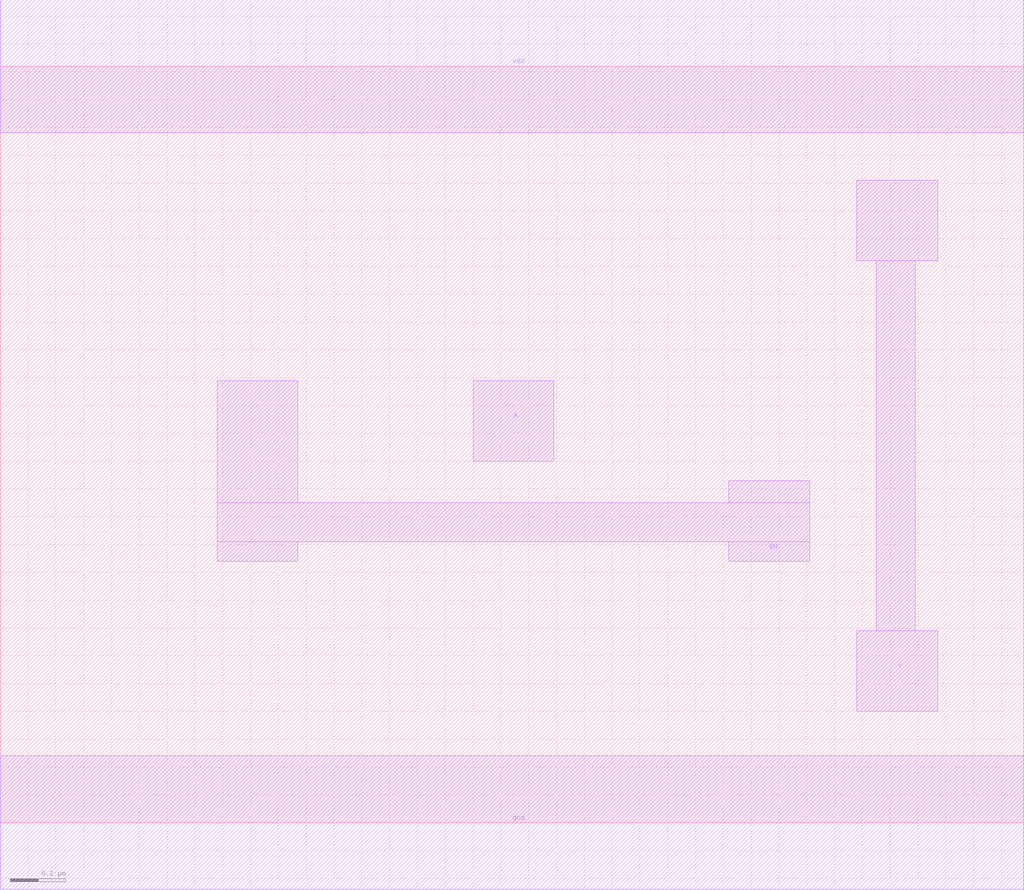
<source format=lef>
VERSION 5.7 ;
  NOWIREEXTENSIONATPIN ON ;
  DIVIDERCHAR "/" ;
  BUSBITCHARS "[]" ;
MACRO TBUFX1
  CLASS CORE ;
  FOREIGN TBUFX1 ;
  ORIGIN 0.000 0.000 ;
  SIZE 3.680 BY 2.720 ;
  SYMMETRY X Y R90 ;
  SITE unithd ;
  PIN vdd
    DIRECTION INOUT ;
    USE POWER ;
    SHAPE ABUTMENT ;
    PORT
      LAYER met1 ;
        RECT 0.000 2.480 3.680 2.960 ;
    END
  END vdd
  PIN gnd
    DIRECTION INOUT ;
    USE GROUND ;
    SHAPE ABUTMENT ;
    PORT
      LAYER met1 ;
        RECT 0.000 -0.240 3.680 0.240 ;
    END
  END gnd
  PIN Y
    DIRECTION INOUT ;
    USE SIGNAL ;
    SHAPE ABUTMENT ;
    PORT
      LAYER met1 ;
        RECT 3.080 2.020 3.370 2.310 ;
        RECT 3.150 0.690 3.290 2.020 ;
        RECT 3.080 0.400 3.370 0.690 ;
    END
  END Y
  PIN A
    DIRECTION INOUT ;
    USE SIGNAL ;
    SHAPE ABUTMENT ;
    PORT
      LAYER met1 ;
        RECT 1.700 1.300 1.990 1.590 ;
    END
  END A
  PIN EN
    DIRECTION INOUT ;
    USE SIGNAL ;
    SHAPE ABUTMENT ;
    PORT
      LAYER met1 ;
        RECT 0.780 1.150 1.070 1.590 ;
        RECT 2.620 1.150 2.910 1.230 ;
        RECT 0.780 1.010 2.910 1.150 ;
        RECT 0.780 0.940 1.070 1.010 ;
        RECT 2.620 0.940 2.910 1.010 ;
    END
  END EN
END TBUFX1
END LIBRARY


</source>
